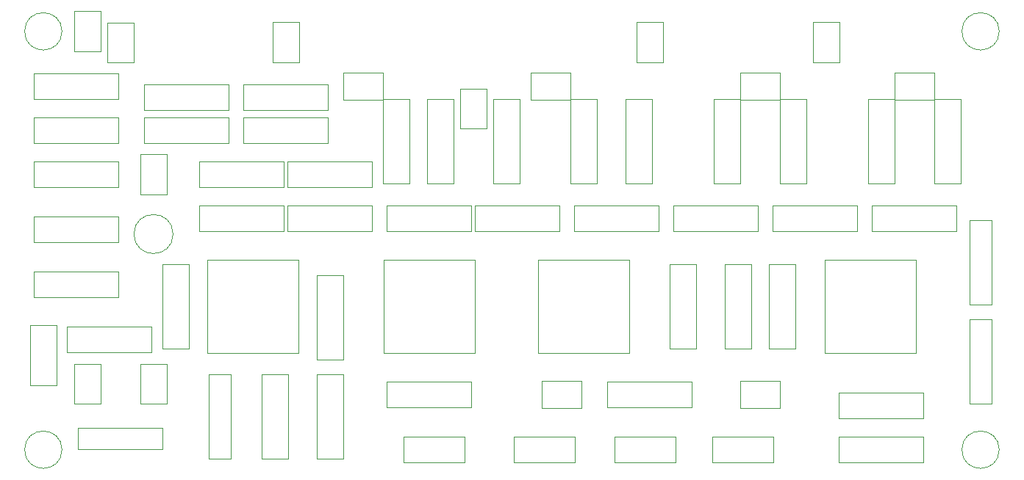
<source format=gbr>
G04 #@! TF.GenerationSoftware,KiCad,Pcbnew,(5.0.2-5-10.14)*
G04 #@! TF.CreationDate,2019-03-15T18:51:59-07:00*
G04 #@! TF.ProjectId,Pre-amp,5072652d-616d-4702-9e6b-696361645f70,rev?*
G04 #@! TF.SameCoordinates,Original*
G04 #@! TF.FileFunction,Other,User*
%FSLAX46Y46*%
G04 Gerber Fmt 4.6, Leading zero omitted, Abs format (unit mm)*
G04 Created by KiCad (PCBNEW (5.0.2-5-10.14)) date Friday, March 15, 2019 at 06:51:59 PM*
%MOMM*%
%LPD*%
G01*
G04 APERTURE LIST*
%ADD10C,0.050000*%
G04 APERTURE END LIST*
D10*
G04 #@! TO.C,C1*
X64490000Y-93760000D02*
X67590000Y-93760000D01*
X67590000Y-93760000D02*
X67590000Y-89160000D01*
X67590000Y-89160000D02*
X64490000Y-89160000D01*
X64490000Y-89160000D02*
X64490000Y-93760000D01*
G04 #@! TO.C,C2*
X56870000Y-93760000D02*
X59970000Y-93760000D01*
X59970000Y-93760000D02*
X59970000Y-89160000D01*
X59970000Y-89160000D02*
X56870000Y-89160000D01*
X56870000Y-89160000D02*
X56870000Y-93760000D01*
G04 #@! TO.C,C3*
X68290000Y-74180000D02*
G75*
G03X68290000Y-74180000I-2250000J0D01*
G01*
G04 #@! TO.C,C4*
X56870000Y-53080000D02*
X59970000Y-53080000D01*
X59970000Y-53080000D02*
X59970000Y-48480000D01*
X59970000Y-48480000D02*
X56870000Y-48480000D01*
X56870000Y-48480000D02*
X56870000Y-53080000D01*
G04 #@! TO.C,C5*
X64490000Y-64990000D02*
X64490000Y-69590000D01*
X67590000Y-64990000D02*
X64490000Y-64990000D01*
X67590000Y-69590000D02*
X67590000Y-64990000D01*
X64490000Y-69590000D02*
X67590000Y-69590000D01*
G04 #@! TO.C,C6*
X60680000Y-49790000D02*
X60680000Y-54390000D01*
X63780000Y-49790000D02*
X60680000Y-49790000D01*
X63780000Y-54390000D02*
X63780000Y-49790000D01*
X60680000Y-54390000D02*
X63780000Y-54390000D01*
G04 #@! TO.C,C7*
X92490000Y-58700000D02*
X92490000Y-55600000D01*
X92490000Y-55600000D02*
X87890000Y-55600000D01*
X87890000Y-55600000D02*
X87890000Y-58700000D01*
X87890000Y-58700000D02*
X92490000Y-58700000D01*
G04 #@! TO.C,C8*
X82830000Y-54350000D02*
X82830000Y-49750000D01*
X79730000Y-54350000D02*
X82830000Y-54350000D01*
X79730000Y-49750000D02*
X79730000Y-54350000D01*
X82830000Y-49750000D02*
X79730000Y-49750000D01*
G04 #@! TO.C,C9*
X109480000Y-58700000D02*
X114080000Y-58700000D01*
X109480000Y-55600000D02*
X109480000Y-58700000D01*
X114080000Y-55600000D02*
X109480000Y-55600000D01*
X114080000Y-58700000D02*
X114080000Y-55600000D01*
G04 #@! TO.C,C10*
X104420000Y-57410000D02*
X101320000Y-57410000D01*
X101320000Y-57410000D02*
X101320000Y-62010000D01*
X101320000Y-62010000D02*
X104420000Y-62010000D01*
X104420000Y-62010000D02*
X104420000Y-57410000D01*
G04 #@! TO.C,C11*
X133610000Y-58700000D02*
X138210000Y-58700000D01*
X133610000Y-55600000D02*
X133610000Y-58700000D01*
X138210000Y-55600000D02*
X133610000Y-55600000D01*
X138210000Y-58700000D02*
X138210000Y-55600000D01*
G04 #@! TO.C,C12*
X124740000Y-49750000D02*
X121640000Y-49750000D01*
X121640000Y-49750000D02*
X121640000Y-54350000D01*
X121640000Y-54350000D02*
X124740000Y-54350000D01*
X124740000Y-54350000D02*
X124740000Y-49750000D01*
G04 #@! TO.C,C13*
X155990000Y-58700000D02*
X155990000Y-55600000D01*
X155990000Y-55600000D02*
X151390000Y-55600000D01*
X151390000Y-55600000D02*
X151390000Y-58700000D01*
X151390000Y-58700000D02*
X155990000Y-58700000D01*
G04 #@! TO.C,C14*
X145060000Y-54350000D02*
X145060000Y-49750000D01*
X141960000Y-54350000D02*
X145060000Y-54350000D01*
X141960000Y-49750000D02*
X141960000Y-54350000D01*
X145060000Y-49750000D02*
X141960000Y-49750000D01*
G04 #@! TO.C,C15*
X115350000Y-94260000D02*
X115350000Y-91160000D01*
X115350000Y-91160000D02*
X110750000Y-91160000D01*
X110750000Y-91160000D02*
X110750000Y-94260000D01*
X110750000Y-94260000D02*
X115350000Y-94260000D01*
G04 #@! TO.C,C16*
X138210000Y-91160000D02*
X133610000Y-91160000D01*
X138210000Y-94260000D02*
X138210000Y-91160000D01*
X133610000Y-94260000D02*
X138210000Y-94260000D01*
X133610000Y-91160000D02*
X133610000Y-94260000D01*
G04 #@! TO.C,D1*
X72410000Y-90390000D02*
X72410000Y-100110000D01*
X74910000Y-90390000D02*
X72410000Y-90390000D01*
X74910000Y-100110000D02*
X74910000Y-90390000D01*
X72410000Y-100110000D02*
X74910000Y-100110000D01*
G04 #@! TO.C,D2*
X67090000Y-96540000D02*
X57370000Y-96540000D01*
X67090000Y-99040000D02*
X67090000Y-96540000D01*
X57370000Y-99040000D02*
X67090000Y-99040000D01*
X57370000Y-96540000D02*
X57370000Y-99040000D01*
G04 #@! TO.C,D3*
X162540000Y-84040000D02*
X160040000Y-84040000D01*
X160040000Y-84040000D02*
X160040000Y-93760000D01*
X160040000Y-93760000D02*
X162540000Y-93760000D01*
X162540000Y-93760000D02*
X162540000Y-84040000D01*
G04 #@! TO.C,D4*
X162540000Y-72610000D02*
X160040000Y-72610000D01*
X160040000Y-72610000D02*
X160040000Y-82330000D01*
X160040000Y-82330000D02*
X162540000Y-82330000D01*
X162540000Y-82330000D02*
X162540000Y-72610000D01*
G04 #@! TO.C,H1*
X55490000Y-99060000D02*
G75*
G03X55490000Y-99060000I-2150000J0D01*
G01*
G04 #@! TO.C,H2*
X55490000Y-50800000D02*
G75*
G03X55490000Y-50800000I-2150000J0D01*
G01*
G04 #@! TO.C,H3*
X163440000Y-50800000D02*
G75*
G03X163440000Y-50800000I-2150000J0D01*
G01*
G04 #@! TO.C,H4*
X163440000Y-99060000D02*
G75*
G03X163440000Y-99060000I-2150000J0D01*
G01*
G04 #@! TO.C,J1*
X54840000Y-84670000D02*
X51840000Y-84670000D01*
X54840000Y-91670000D02*
X54840000Y-84670000D01*
X51840000Y-91670000D02*
X54840000Y-91670000D01*
X51840000Y-84670000D02*
X51840000Y-91670000D01*
G04 #@! TO.C,J2*
X101830000Y-97560000D02*
X94830000Y-97560000D01*
X94830000Y-97560000D02*
X94830000Y-100560000D01*
X94830000Y-100560000D02*
X101830000Y-100560000D01*
X101830000Y-100560000D02*
X101830000Y-97560000D01*
G04 #@! TO.C,J3*
X114530000Y-97560000D02*
X107530000Y-97560000D01*
X107530000Y-97560000D02*
X107530000Y-100560000D01*
X107530000Y-100560000D02*
X114530000Y-100560000D01*
X114530000Y-100560000D02*
X114530000Y-97560000D01*
G04 #@! TO.C,J4*
X126150000Y-97560000D02*
X119150000Y-97560000D01*
X119150000Y-97560000D02*
X119150000Y-100560000D01*
X119150000Y-100560000D02*
X126150000Y-100560000D01*
X126150000Y-100560000D02*
X126150000Y-97560000D01*
G04 #@! TO.C,J5*
X137390000Y-100560000D02*
X137390000Y-97560000D01*
X130390000Y-100560000D02*
X137390000Y-100560000D01*
X130390000Y-97560000D02*
X130390000Y-100560000D01*
X137390000Y-97560000D02*
X130390000Y-97560000D01*
G04 #@! TO.C,R1*
X56100000Y-87860000D02*
X65820000Y-87860000D01*
X56100000Y-84860000D02*
X56100000Y-87860000D01*
X65820000Y-84860000D02*
X56100000Y-84860000D01*
X65820000Y-87860000D02*
X65820000Y-84860000D01*
G04 #@! TO.C,R2*
X62010000Y-81510000D02*
X62010000Y-78510000D01*
X62010000Y-78510000D02*
X52290000Y-78510000D01*
X52290000Y-78510000D02*
X52290000Y-81510000D01*
X52290000Y-81510000D02*
X62010000Y-81510000D01*
G04 #@! TO.C,R3*
X84860000Y-100110000D02*
X87860000Y-100110000D01*
X87860000Y-100110000D02*
X87860000Y-90390000D01*
X87860000Y-90390000D02*
X84860000Y-90390000D01*
X84860000Y-90390000D02*
X84860000Y-100110000D01*
G04 #@! TO.C,R4*
X78510000Y-100110000D02*
X81510000Y-100110000D01*
X81510000Y-100110000D02*
X81510000Y-90390000D01*
X81510000Y-90390000D02*
X78510000Y-90390000D01*
X78510000Y-90390000D02*
X78510000Y-100110000D01*
G04 #@! TO.C,R5*
X67080000Y-77690000D02*
X67080000Y-87410000D01*
X70080000Y-77690000D02*
X67080000Y-77690000D01*
X70080000Y-87410000D02*
X70080000Y-77690000D01*
X67080000Y-87410000D02*
X70080000Y-87410000D01*
G04 #@! TO.C,R6*
X62010000Y-65810000D02*
X52290000Y-65810000D01*
X62010000Y-68810000D02*
X62010000Y-65810000D01*
X52290000Y-68810000D02*
X62010000Y-68810000D01*
X52290000Y-65810000D02*
X52290000Y-68810000D01*
G04 #@! TO.C,R7*
X62010000Y-72160000D02*
X52290000Y-72160000D01*
X62010000Y-75160000D02*
X62010000Y-72160000D01*
X52290000Y-75160000D02*
X62010000Y-75160000D01*
X52290000Y-72160000D02*
X52290000Y-75160000D01*
G04 #@! TO.C,R9*
X62010000Y-55650000D02*
X52290000Y-55650000D01*
X62010000Y-58650000D02*
X62010000Y-55650000D01*
X52290000Y-58650000D02*
X62010000Y-58650000D01*
X52290000Y-55650000D02*
X52290000Y-58650000D01*
G04 #@! TO.C,R10*
X64990000Y-60730000D02*
X64990000Y-63730000D01*
X64990000Y-63730000D02*
X74710000Y-63730000D01*
X74710000Y-63730000D02*
X74710000Y-60730000D01*
X74710000Y-60730000D02*
X64990000Y-60730000D01*
G04 #@! TO.C,R11*
X74710000Y-59920000D02*
X74710000Y-56920000D01*
X74710000Y-56920000D02*
X64990000Y-56920000D01*
X64990000Y-56920000D02*
X64990000Y-59920000D01*
X64990000Y-59920000D02*
X74710000Y-59920000D01*
G04 #@! TO.C,R12*
X71340000Y-65810000D02*
X71340000Y-68810000D01*
X71340000Y-68810000D02*
X81060000Y-68810000D01*
X81060000Y-68810000D02*
X81060000Y-65810000D01*
X81060000Y-65810000D02*
X71340000Y-65810000D01*
G04 #@! TO.C,R13*
X87860000Y-88680000D02*
X87860000Y-78960000D01*
X84860000Y-88680000D02*
X87860000Y-88680000D01*
X84860000Y-78960000D02*
X84860000Y-88680000D01*
X87860000Y-78960000D02*
X84860000Y-78960000D01*
G04 #@! TO.C,R14*
X76420000Y-60730000D02*
X76420000Y-63730000D01*
X76420000Y-63730000D02*
X86140000Y-63730000D01*
X86140000Y-63730000D02*
X86140000Y-60730000D01*
X86140000Y-60730000D02*
X76420000Y-60730000D01*
G04 #@! TO.C,R15*
X86140000Y-59920000D02*
X86140000Y-56920000D01*
X86140000Y-56920000D02*
X76420000Y-56920000D01*
X76420000Y-56920000D02*
X76420000Y-59920000D01*
X76420000Y-59920000D02*
X86140000Y-59920000D01*
G04 #@! TO.C,R16*
X81060000Y-73890000D02*
X81060000Y-70890000D01*
X81060000Y-70890000D02*
X71340000Y-70890000D01*
X71340000Y-70890000D02*
X71340000Y-73890000D01*
X71340000Y-73890000D02*
X81060000Y-73890000D01*
G04 #@! TO.C,R17*
X81500000Y-73890000D02*
X91220000Y-73890000D01*
X81500000Y-70890000D02*
X81500000Y-73890000D01*
X91220000Y-70890000D02*
X81500000Y-70890000D01*
X91220000Y-73890000D02*
X91220000Y-70890000D01*
G04 #@! TO.C,R18*
X91220000Y-65810000D02*
X81500000Y-65810000D01*
X91220000Y-68810000D02*
X91220000Y-65810000D01*
X81500000Y-68810000D02*
X91220000Y-68810000D01*
X81500000Y-65810000D02*
X81500000Y-68810000D01*
G04 #@! TO.C,R19*
X92480000Y-58640000D02*
X92480000Y-68360000D01*
X95480000Y-58640000D02*
X92480000Y-58640000D01*
X95480000Y-68360000D02*
X95480000Y-58640000D01*
X92480000Y-68360000D02*
X95480000Y-68360000D01*
G04 #@! TO.C,R20*
X97560000Y-58640000D02*
X97560000Y-68360000D01*
X100560000Y-58640000D02*
X97560000Y-58640000D01*
X100560000Y-68360000D02*
X100560000Y-58640000D01*
X97560000Y-68360000D02*
X100560000Y-68360000D01*
G04 #@! TO.C,R21*
X105180000Y-68360000D02*
X108180000Y-68360000D01*
X108180000Y-68360000D02*
X108180000Y-58640000D01*
X108180000Y-58640000D02*
X105180000Y-58640000D01*
X105180000Y-58640000D02*
X105180000Y-68360000D01*
G04 #@! TO.C,R22*
X102650000Y-73890000D02*
X102650000Y-70890000D01*
X102650000Y-70890000D02*
X92930000Y-70890000D01*
X92930000Y-70890000D02*
X92930000Y-73890000D01*
X92930000Y-73890000D02*
X102650000Y-73890000D01*
G04 #@! TO.C,R23*
X114070000Y-58640000D02*
X114070000Y-68360000D01*
X117070000Y-58640000D02*
X114070000Y-58640000D01*
X117070000Y-68360000D02*
X117070000Y-58640000D01*
X114070000Y-68360000D02*
X117070000Y-68360000D01*
G04 #@! TO.C,R24*
X103090000Y-73890000D02*
X112810000Y-73890000D01*
X103090000Y-70890000D02*
X103090000Y-73890000D01*
X112810000Y-70890000D02*
X103090000Y-70890000D01*
X112810000Y-73890000D02*
X112810000Y-70890000D01*
G04 #@! TO.C,R25*
X120420000Y-68360000D02*
X123420000Y-68360000D01*
X123420000Y-68360000D02*
X123420000Y-58640000D01*
X123420000Y-58640000D02*
X120420000Y-58640000D01*
X120420000Y-58640000D02*
X120420000Y-68360000D01*
G04 #@! TO.C,R26*
X133580000Y-58640000D02*
X130580000Y-58640000D01*
X130580000Y-58640000D02*
X130580000Y-68360000D01*
X130580000Y-68360000D02*
X133580000Y-68360000D01*
X133580000Y-68360000D02*
X133580000Y-58640000D01*
G04 #@! TO.C,R27*
X124240000Y-73890000D02*
X124240000Y-70890000D01*
X124240000Y-70890000D02*
X114520000Y-70890000D01*
X114520000Y-70890000D02*
X114520000Y-73890000D01*
X114520000Y-73890000D02*
X124240000Y-73890000D01*
G04 #@! TO.C,R28*
X125950000Y-73890000D02*
X135670000Y-73890000D01*
X125950000Y-70890000D02*
X125950000Y-73890000D01*
X135670000Y-70890000D02*
X125950000Y-70890000D01*
X135670000Y-73890000D02*
X135670000Y-70890000D01*
G04 #@! TO.C,R29*
X138200000Y-58640000D02*
X138200000Y-68360000D01*
X141200000Y-58640000D02*
X138200000Y-58640000D01*
X141200000Y-68360000D02*
X141200000Y-58640000D01*
X138200000Y-68360000D02*
X141200000Y-68360000D01*
G04 #@! TO.C,R30*
X128500000Y-87410000D02*
X128500000Y-77690000D01*
X125500000Y-87410000D02*
X128500000Y-87410000D01*
X125500000Y-77690000D02*
X125500000Y-87410000D01*
X128500000Y-77690000D02*
X125500000Y-77690000D01*
G04 #@! TO.C,R31*
X151360000Y-58640000D02*
X148360000Y-58640000D01*
X148360000Y-58640000D02*
X148360000Y-68360000D01*
X148360000Y-68360000D02*
X151360000Y-68360000D01*
X151360000Y-68360000D02*
X151360000Y-58640000D01*
G04 #@! TO.C,R32*
X134850000Y-87410000D02*
X134850000Y-77690000D01*
X131850000Y-87410000D02*
X134850000Y-87410000D01*
X131850000Y-77690000D02*
X131850000Y-87410000D01*
X134850000Y-77690000D02*
X131850000Y-77690000D01*
G04 #@! TO.C,R33*
X147100000Y-73890000D02*
X147100000Y-70890000D01*
X147100000Y-70890000D02*
X137380000Y-70890000D01*
X137380000Y-70890000D02*
X137380000Y-73890000D01*
X137380000Y-73890000D02*
X147100000Y-73890000D01*
G04 #@! TO.C,R34*
X136930000Y-87410000D02*
X139930000Y-87410000D01*
X139930000Y-87410000D02*
X139930000Y-77690000D01*
X139930000Y-77690000D02*
X136930000Y-77690000D01*
X136930000Y-77690000D02*
X136930000Y-87410000D01*
G04 #@! TO.C,R35*
X155980000Y-58640000D02*
X155980000Y-68360000D01*
X158980000Y-58640000D02*
X155980000Y-58640000D01*
X158980000Y-68360000D02*
X158980000Y-58640000D01*
X155980000Y-68360000D02*
X158980000Y-68360000D01*
G04 #@! TO.C,R36*
X148810000Y-73890000D02*
X158530000Y-73890000D01*
X148810000Y-70890000D02*
X148810000Y-73890000D01*
X158530000Y-70890000D02*
X148810000Y-70890000D01*
X158530000Y-73890000D02*
X158530000Y-70890000D01*
G04 #@! TO.C,R37*
X154720000Y-95480000D02*
X154720000Y-92480000D01*
X154720000Y-92480000D02*
X145000000Y-92480000D01*
X145000000Y-92480000D02*
X145000000Y-95480000D01*
X145000000Y-95480000D02*
X154720000Y-95480000D01*
G04 #@! TO.C,R38*
X154720000Y-97560000D02*
X145000000Y-97560000D01*
X154720000Y-100560000D02*
X154720000Y-97560000D01*
X145000000Y-100560000D02*
X154720000Y-100560000D01*
X145000000Y-97560000D02*
X145000000Y-100560000D01*
G04 #@! TO.C,R39*
X128050000Y-94210000D02*
X128050000Y-91210000D01*
X128050000Y-91210000D02*
X118330000Y-91210000D01*
X118330000Y-91210000D02*
X118330000Y-94210000D01*
X118330000Y-94210000D02*
X128050000Y-94210000D01*
G04 #@! TO.C,R40*
X102650000Y-91210000D02*
X92930000Y-91210000D01*
X102650000Y-94210000D02*
X102650000Y-91210000D01*
X92930000Y-94210000D02*
X102650000Y-94210000D01*
X92930000Y-91210000D02*
X92930000Y-94210000D01*
G04 #@! TO.C,U1*
X82760000Y-77190000D02*
X72210000Y-77190000D01*
X82760000Y-87890000D02*
X82760000Y-77190000D01*
X72210000Y-87890000D02*
X82760000Y-87890000D01*
X72210000Y-77190000D02*
X72210000Y-87890000D01*
G04 #@! TO.C,U2*
X92530000Y-77190000D02*
X92530000Y-87890000D01*
X92530000Y-87890000D02*
X103080000Y-87890000D01*
X103080000Y-87890000D02*
X103080000Y-77190000D01*
X103080000Y-77190000D02*
X92530000Y-77190000D01*
G04 #@! TO.C,U3*
X120860000Y-77190000D02*
X110310000Y-77190000D01*
X120860000Y-87890000D02*
X120860000Y-77190000D01*
X110310000Y-87890000D02*
X120860000Y-87890000D01*
X110310000Y-77190000D02*
X110310000Y-87890000D01*
G04 #@! TO.C,U4*
X143330000Y-77190000D02*
X143330000Y-87890000D01*
X143330000Y-87890000D02*
X153880000Y-87890000D01*
X153880000Y-87890000D02*
X153880000Y-77190000D01*
X153880000Y-77190000D02*
X143330000Y-77190000D01*
G04 #@! TO.C,R8*
X62010000Y-63730000D02*
X62010000Y-60730000D01*
X62010000Y-60730000D02*
X52290000Y-60730000D01*
X52290000Y-60730000D02*
X52290000Y-63730000D01*
X52290000Y-63730000D02*
X62010000Y-63730000D01*
G04 #@! TD*
M02*

</source>
